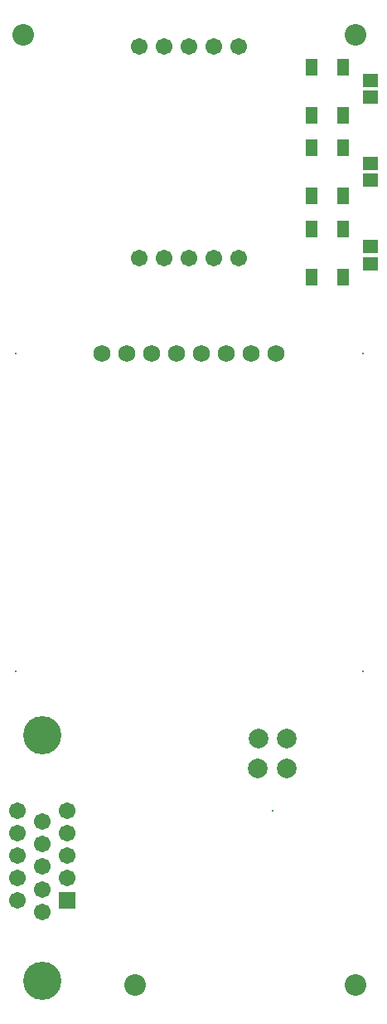
<source format=gts>
G04 Layer_Color=8388736*
%FSAX24Y24*%
%MOIN*%
G70*
G01*
G75*
%ADD34R,0.0631X0.0552*%
%ADD35R,0.0474X0.0671*%
%ADD36C,0.1537*%
%ADD37C,0.0671*%
%ADD38R,0.0671X0.0671*%
%ADD39C,0.0789*%
%ADD40C,0.0080*%
%ADD41C,0.0680*%
%ADD42C,0.0867*%
D34*
X035039Y044823D02*
D03*
Y044154D02*
D03*
Y048169D02*
D03*
Y047500D02*
D03*
Y051516D02*
D03*
Y050846D02*
D03*
D35*
X032689Y045546D02*
D03*
X032689Y043617D02*
D03*
X033948D02*
D03*
Y045546D02*
D03*
X032689Y048796D02*
D03*
X032689Y046867D02*
D03*
X033948D02*
D03*
Y048796D02*
D03*
X032689Y052046D02*
D03*
X032689Y050117D02*
D03*
X033948D02*
D03*
Y052046D02*
D03*
D36*
X021850Y015354D02*
D03*
Y025197D02*
D03*
D37*
X020850Y018571D02*
D03*
Y019472D02*
D03*
Y020374D02*
D03*
Y021276D02*
D03*
Y022177D02*
D03*
X021850Y019022D02*
D03*
Y019923D02*
D03*
Y020825D02*
D03*
Y021726D02*
D03*
Y018120D02*
D03*
X022850Y022177D02*
D03*
Y019472D02*
D03*
Y020374D02*
D03*
Y021276D02*
D03*
X025756Y052874D02*
D03*
X026756D02*
D03*
X027756D02*
D03*
X028756D02*
D03*
X029756D02*
D03*
Y044370D02*
D03*
X028756D02*
D03*
X027756D02*
D03*
X026756D02*
D03*
X025756D02*
D03*
D38*
X022850Y018571D02*
D03*
D39*
X030531Y025063D02*
D03*
X031683D02*
D03*
X031673Y023882D02*
D03*
X030522D02*
D03*
D40*
X031112Y022181D02*
D03*
X020768Y040551D02*
D03*
Y027756D02*
D03*
X034744Y040551D02*
D03*
Y027756D02*
D03*
D41*
X024256Y040551D02*
D03*
X025256D02*
D03*
X026256D02*
D03*
X027256D02*
D03*
X028256D02*
D03*
X029256D02*
D03*
X030256D02*
D03*
X031256D02*
D03*
D42*
X034449Y015157D02*
D03*
X034449Y053346D02*
D03*
X021063D02*
D03*
X025591Y015157D02*
D03*
M02*

</source>
